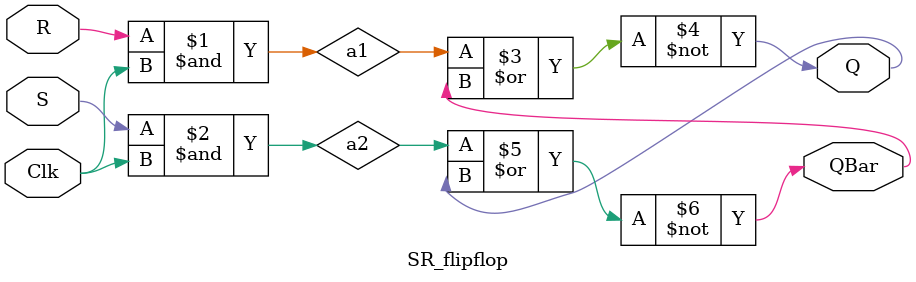
<source format=v>
`timescale 1ns / 1ps


module SR_flipflop(
    input S,
    input R,
    input Clk,
    output Q, QBar
    );
    wire a1, a2;
    and #1 A1(a1, R, Clk);
    and #1 A2(a2, S, Clk);
    nor #1 N1(Q, a1, QBar);
    nor #1 N2(QBar, a2, Q);  
endmodule

</source>
